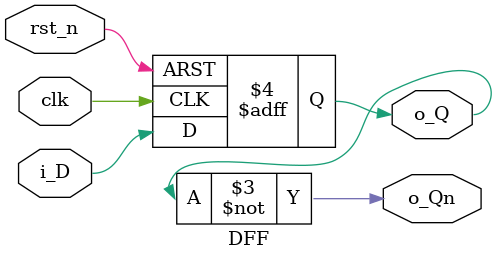
<source format=v>
`timescale 1ns / 1ps


/* module test21(
    input   signed [3:0] a,b,c,
    output  reg [3:0] max
    );
    always @ (*) begin
        if (a >= b && a >= c)
            max = a;
        else if (b >= a && b >= c)
            max = b;
        else if (c >= b && c >= a)
            max = c;
        else
            max = max;
    end
endmodule
 */

 module DFF(
     input      clk,
     input      rst_n,
     input      i_D,
     output reg o_Q,
     output     o_Qn
 );
always @ (posedge clk or negedge rst_n) begin
    if (!rst_n) begin
        o_Q <= 1'b1;
    end else    begin
        o_Q <= i_D;
    end
end

assign o_Qn = ~ o_Q;
 endmodule
</source>
